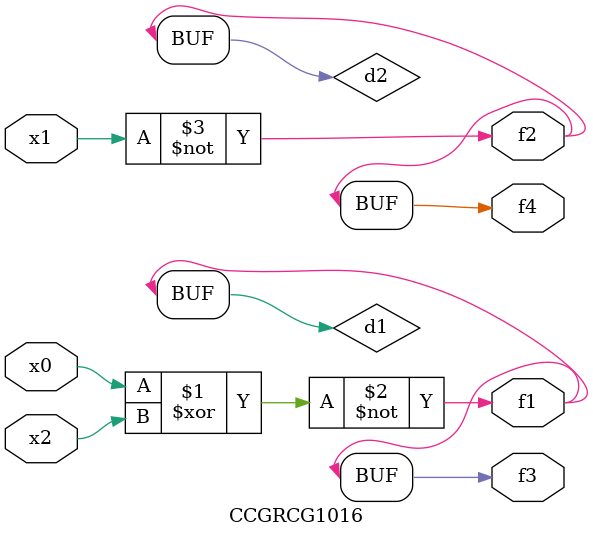
<source format=v>
module CCGRCG1016(
	input x0, x1, x2,
	output f1, f2, f3, f4
);

	wire d1, d2, d3;

	xnor (d1, x0, x2);
	nand (d2, x1);
	nor (d3, x1, x2);
	assign f1 = d1;
	assign f2 = d2;
	assign f3 = d1;
	assign f4 = d2;
endmodule

</source>
